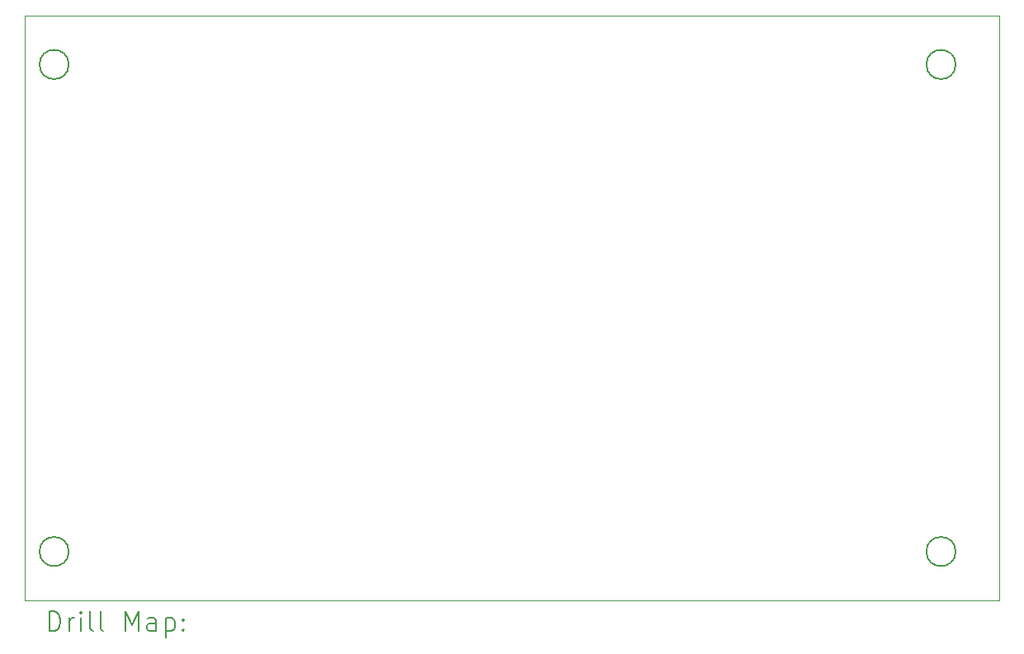
<source format=gbr>
%TF.GenerationSoftware,KiCad,Pcbnew,(6.0.7)*%
%TF.CreationDate,2023-08-25T11:33:12-04:00*%
%TF.ProjectId,Timer V4,54696d65-7220-4563-942e-6b696361645f,rev?*%
%TF.SameCoordinates,Original*%
%TF.FileFunction,Drillmap*%
%TF.FilePolarity,Positive*%
%FSLAX45Y45*%
G04 Gerber Fmt 4.5, Leading zero omitted, Abs format (unit mm)*
G04 Created by KiCad (PCBNEW (6.0.7)) date 2023-08-25 11:33:12*
%MOMM*%
%LPD*%
G01*
G04 APERTURE LIST*
%ADD10C,0.150000*%
%ADD11C,0.100000*%
%ADD12C,0.200000*%
G04 APERTURE END LIST*
D10*
X10758000Y-5588000D02*
G75*
G03*
X10758000Y-5588000I-150000J0D01*
G01*
X19858000Y-5588000D02*
G75*
G03*
X19858000Y-5588000I-150000J0D01*
G01*
X19858000Y-10588000D02*
G75*
G03*
X19858000Y-10588000I-150000J0D01*
G01*
D11*
X10308000Y-5088000D02*
X20308000Y-5088000D01*
X20308000Y-5088000D02*
X20308000Y-11088000D01*
X20308000Y-11088000D02*
X10308000Y-11088000D01*
X10308000Y-11088000D02*
X10308000Y-5088000D01*
D10*
X10758000Y-10588000D02*
G75*
G03*
X10758000Y-10588000I-150000J0D01*
G01*
D12*
X10560619Y-11403476D02*
X10560619Y-11203476D01*
X10608238Y-11203476D01*
X10636810Y-11213000D01*
X10655857Y-11232048D01*
X10665381Y-11251095D01*
X10674905Y-11289190D01*
X10674905Y-11317762D01*
X10665381Y-11355857D01*
X10655857Y-11374905D01*
X10636810Y-11393952D01*
X10608238Y-11403476D01*
X10560619Y-11403476D01*
X10760619Y-11403476D02*
X10760619Y-11270143D01*
X10760619Y-11308238D02*
X10770143Y-11289190D01*
X10779667Y-11279667D01*
X10798714Y-11270143D01*
X10817762Y-11270143D01*
X10884429Y-11403476D02*
X10884429Y-11270143D01*
X10884429Y-11203476D02*
X10874905Y-11213000D01*
X10884429Y-11222524D01*
X10893952Y-11213000D01*
X10884429Y-11203476D01*
X10884429Y-11222524D01*
X11008238Y-11403476D02*
X10989190Y-11393952D01*
X10979667Y-11374905D01*
X10979667Y-11203476D01*
X11113000Y-11403476D02*
X11093952Y-11393952D01*
X11084429Y-11374905D01*
X11084429Y-11203476D01*
X11341571Y-11403476D02*
X11341571Y-11203476D01*
X11408238Y-11346333D01*
X11474905Y-11203476D01*
X11474905Y-11403476D01*
X11655857Y-11403476D02*
X11655857Y-11298714D01*
X11646333Y-11279667D01*
X11627286Y-11270143D01*
X11589190Y-11270143D01*
X11570143Y-11279667D01*
X11655857Y-11393952D02*
X11636809Y-11403476D01*
X11589190Y-11403476D01*
X11570143Y-11393952D01*
X11560619Y-11374905D01*
X11560619Y-11355857D01*
X11570143Y-11336809D01*
X11589190Y-11327286D01*
X11636809Y-11327286D01*
X11655857Y-11317762D01*
X11751095Y-11270143D02*
X11751095Y-11470143D01*
X11751095Y-11279667D02*
X11770143Y-11270143D01*
X11808238Y-11270143D01*
X11827286Y-11279667D01*
X11836809Y-11289190D01*
X11846333Y-11308238D01*
X11846333Y-11365381D01*
X11836809Y-11384428D01*
X11827286Y-11393952D01*
X11808238Y-11403476D01*
X11770143Y-11403476D01*
X11751095Y-11393952D01*
X11932048Y-11384428D02*
X11941571Y-11393952D01*
X11932048Y-11403476D01*
X11922524Y-11393952D01*
X11932048Y-11384428D01*
X11932048Y-11403476D01*
X11932048Y-11279667D02*
X11941571Y-11289190D01*
X11932048Y-11298714D01*
X11922524Y-11289190D01*
X11932048Y-11279667D01*
X11932048Y-11298714D01*
M02*

</source>
